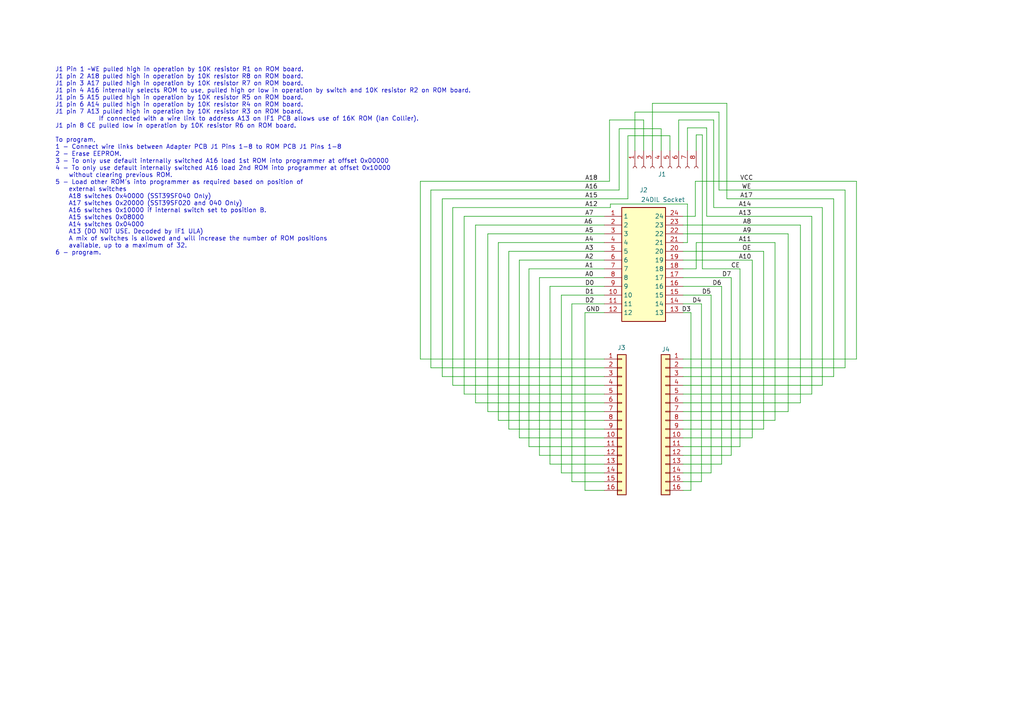
<source format=kicad_sch>
(kicad_sch (version 20230121) (generator eeschema)

  (uuid 8751c651-26dc-4d30-8f2d-d9f24098bdc5)

  (paper "A4")

  (lib_symbols
    (symbol "Connector:Conn_01x08_Socket" (pin_names (offset 1.016) hide) (in_bom yes) (on_board yes)
      (property "Reference" "J" (at 0 10.16 0)
        (effects (font (size 1.27 1.27)))
      )
      (property "Value" "Conn_01x08_Socket" (at 0 -12.7 0)
        (effects (font (size 1.27 1.27)))
      )
      (property "Footprint" "" (at 0 0 0)
        (effects (font (size 1.27 1.27)) hide)
      )
      (property "Datasheet" "~" (at 0 0 0)
        (effects (font (size 1.27 1.27)) hide)
      )
      (property "ki_locked" "" (at 0 0 0)
        (effects (font (size 1.27 1.27)))
      )
      (property "ki_keywords" "connector" (at 0 0 0)
        (effects (font (size 1.27 1.27)) hide)
      )
      (property "ki_description" "Generic connector, single row, 01x08, script generated" (at 0 0 0)
        (effects (font (size 1.27 1.27)) hide)
      )
      (property "ki_fp_filters" "Connector*:*_1x??_*" (at 0 0 0)
        (effects (font (size 1.27 1.27)) hide)
      )
      (symbol "Conn_01x08_Socket_1_1"
        (arc (start 0 -9.652) (mid -0.5058 -10.16) (end 0 -10.668)
          (stroke (width 0.1524) (type default))
          (fill (type none))
        )
        (arc (start 0 -7.112) (mid -0.5058 -7.62) (end 0 -8.128)
          (stroke (width 0.1524) (type default))
          (fill (type none))
        )
        (arc (start 0 -4.572) (mid -0.5058 -5.08) (end 0 -5.588)
          (stroke (width 0.1524) (type default))
          (fill (type none))
        )
        (arc (start 0 -2.032) (mid -0.5058 -2.54) (end 0 -3.048)
          (stroke (width 0.1524) (type default))
          (fill (type none))
        )
        (polyline
          (pts
            (xy -1.27 -10.16)
            (xy -0.508 -10.16)
          )
          (stroke (width 0.1524) (type default))
          (fill (type none))
        )
        (polyline
          (pts
            (xy -1.27 -7.62)
            (xy -0.508 -7.62)
          )
          (stroke (width 0.1524) (type default))
          (fill (type none))
        )
        (polyline
          (pts
            (xy -1.27 -5.08)
            (xy -0.508 -5.08)
          )
          (stroke (width 0.1524) (type default))
          (fill (type none))
        )
        (polyline
          (pts
            (xy -1.27 -2.54)
            (xy -0.508 -2.54)
          )
          (stroke (width 0.1524) (type default))
          (fill (type none))
        )
        (polyline
          (pts
            (xy -1.27 0)
            (xy -0.508 0)
          )
          (stroke (width 0.1524) (type default))
          (fill (type none))
        )
        (polyline
          (pts
            (xy -1.27 2.54)
            (xy -0.508 2.54)
          )
          (stroke (width 0.1524) (type default))
          (fill (type none))
        )
        (polyline
          (pts
            (xy -1.27 5.08)
            (xy -0.508 5.08)
          )
          (stroke (width 0.1524) (type default))
          (fill (type none))
        )
        (polyline
          (pts
            (xy -1.27 7.62)
            (xy -0.508 7.62)
          )
          (stroke (width 0.1524) (type default))
          (fill (type none))
        )
        (arc (start 0 0.508) (mid -0.5058 0) (end 0 -0.508)
          (stroke (width 0.1524) (type default))
          (fill (type none))
        )
        (arc (start 0 3.048) (mid -0.5058 2.54) (end 0 2.032)
          (stroke (width 0.1524) (type default))
          (fill (type none))
        )
        (arc (start 0 5.588) (mid -0.5058 5.08) (end 0 4.572)
          (stroke (width 0.1524) (type default))
          (fill (type none))
        )
        (arc (start 0 8.128) (mid -0.5058 7.62) (end 0 7.112)
          (stroke (width 0.1524) (type default))
          (fill (type none))
        )
        (pin passive line (at -5.08 7.62 0) (length 3.81)
          (name "Pin_1" (effects (font (size 1.27 1.27))))
          (number "1" (effects (font (size 1.27 1.27))))
        )
        (pin passive line (at -5.08 5.08 0) (length 3.81)
          (name "Pin_2" (effects (font (size 1.27 1.27))))
          (number "2" (effects (font (size 1.27 1.27))))
        )
        (pin passive line (at -5.08 2.54 0) (length 3.81)
          (name "Pin_3" (effects (font (size 1.27 1.27))))
          (number "3" (effects (font (size 1.27 1.27))))
        )
        (pin passive line (at -5.08 0 0) (length 3.81)
          (name "Pin_4" (effects (font (size 1.27 1.27))))
          (number "4" (effects (font (size 1.27 1.27))))
        )
        (pin passive line (at -5.08 -2.54 0) (length 3.81)
          (name "Pin_5" (effects (font (size 1.27 1.27))))
          (number "5" (effects (font (size 1.27 1.27))))
        )
        (pin passive line (at -5.08 -5.08 0) (length 3.81)
          (name "Pin_6" (effects (font (size 1.27 1.27))))
          (number "6" (effects (font (size 1.27 1.27))))
        )
        (pin passive line (at -5.08 -7.62 0) (length 3.81)
          (name "Pin_7" (effects (font (size 1.27 1.27))))
          (number "7" (effects (font (size 1.27 1.27))))
        )
        (pin passive line (at -5.08 -10.16 0) (length 3.81)
          (name "Pin_8" (effects (font (size 1.27 1.27))))
          (number "8" (effects (font (size 1.27 1.27))))
        )
      )
    )
    (symbol "Connector_Generic:Conn_01x16" (pin_names (offset 1.016) hide) (in_bom yes) (on_board yes)
      (property "Reference" "J" (at 0 20.32 0)
        (effects (font (size 1.27 1.27)))
      )
      (property "Value" "Conn_01x16" (at 0 -22.86 0)
        (effects (font (size 1.27 1.27)))
      )
      (property "Footprint" "" (at 0 0 0)
        (effects (font (size 1.27 1.27)) hide)
      )
      (property "Datasheet" "~" (at 0 0 0)
        (effects (font (size 1.27 1.27)) hide)
      )
      (property "ki_keywords" "connector" (at 0 0 0)
        (effects (font (size 1.27 1.27)) hide)
      )
      (property "ki_description" "Generic connector, single row, 01x16, script generated (kicad-library-utils/schlib/autogen/connector/)" (at 0 0 0)
        (effects (font (size 1.27 1.27)) hide)
      )
      (property "ki_fp_filters" "Connector*:*_1x??_*" (at 0 0 0)
        (effects (font (size 1.27 1.27)) hide)
      )
      (symbol "Conn_01x16_1_1"
        (rectangle (start -1.27 -20.193) (end 0 -20.447)
          (stroke (width 0.1524) (type default))
          (fill (type none))
        )
        (rectangle (start -1.27 -17.653) (end 0 -17.907)
          (stroke (width 0.1524) (type default))
          (fill (type none))
        )
        (rectangle (start -1.27 -15.113) (end 0 -15.367)
          (stroke (width 0.1524) (type default))
          (fill (type none))
        )
        (rectangle (start -1.27 -12.573) (end 0 -12.827)
          (stroke (width 0.1524) (type default))
          (fill (type none))
        )
        (rectangle (start -1.27 -10.033) (end 0 -10.287)
          (stroke (width 0.1524) (type default))
          (fill (type none))
        )
        (rectangle (start -1.27 -7.493) (end 0 -7.747)
          (stroke (width 0.1524) (type default))
          (fill (type none))
        )
        (rectangle (start -1.27 -4.953) (end 0 -5.207)
          (stroke (width 0.1524) (type default))
          (fill (type none))
        )
        (rectangle (start -1.27 -2.413) (end 0 -2.667)
          (stroke (width 0.1524) (type default))
          (fill (type none))
        )
        (rectangle (start -1.27 0.127) (end 0 -0.127)
          (stroke (width 0.1524) (type default))
          (fill (type none))
        )
        (rectangle (start -1.27 2.667) (end 0 2.413)
          (stroke (width 0.1524) (type default))
          (fill (type none))
        )
        (rectangle (start -1.27 5.207) (end 0 4.953)
          (stroke (width 0.1524) (type default))
          (fill (type none))
        )
        (rectangle (start -1.27 7.747) (end 0 7.493)
          (stroke (width 0.1524) (type default))
          (fill (type none))
        )
        (rectangle (start -1.27 10.287) (end 0 10.033)
          (stroke (width 0.1524) (type default))
          (fill (type none))
        )
        (rectangle (start -1.27 12.827) (end 0 12.573)
          (stroke (width 0.1524) (type default))
          (fill (type none))
        )
        (rectangle (start -1.27 15.367) (end 0 15.113)
          (stroke (width 0.1524) (type default))
          (fill (type none))
        )
        (rectangle (start -1.27 17.907) (end 0 17.653)
          (stroke (width 0.1524) (type default))
          (fill (type none))
        )
        (rectangle (start -1.27 19.05) (end 1.27 -21.59)
          (stroke (width 0.254) (type default))
          (fill (type background))
        )
        (pin passive line (at -5.08 17.78 0) (length 3.81)
          (name "Pin_1" (effects (font (size 1.27 1.27))))
          (number "1" (effects (font (size 1.27 1.27))))
        )
        (pin passive line (at -5.08 -5.08 0) (length 3.81)
          (name "Pin_10" (effects (font (size 1.27 1.27))))
          (number "10" (effects (font (size 1.27 1.27))))
        )
        (pin passive line (at -5.08 -7.62 0) (length 3.81)
          (name "Pin_11" (effects (font (size 1.27 1.27))))
          (number "11" (effects (font (size 1.27 1.27))))
        )
        (pin passive line (at -5.08 -10.16 0) (length 3.81)
          (name "Pin_12" (effects (font (size 1.27 1.27))))
          (number "12" (effects (font (size 1.27 1.27))))
        )
        (pin passive line (at -5.08 -12.7 0) (length 3.81)
          (name "Pin_13" (effects (font (size 1.27 1.27))))
          (number "13" (effects (font (size 1.27 1.27))))
        )
        (pin passive line (at -5.08 -15.24 0) (length 3.81)
          (name "Pin_14" (effects (font (size 1.27 1.27))))
          (number "14" (effects (font (size 1.27 1.27))))
        )
        (pin passive line (at -5.08 -17.78 0) (length 3.81)
          (name "Pin_15" (effects (font (size 1.27 1.27))))
          (number "15" (effects (font (size 1.27 1.27))))
        )
        (pin passive line (at -5.08 -20.32 0) (length 3.81)
          (name "Pin_16" (effects (font (size 1.27 1.27))))
          (number "16" (effects (font (size 1.27 1.27))))
        )
        (pin passive line (at -5.08 15.24 0) (length 3.81)
          (name "Pin_2" (effects (font (size 1.27 1.27))))
          (number "2" (effects (font (size 1.27 1.27))))
        )
        (pin passive line (at -5.08 12.7 0) (length 3.81)
          (name "Pin_3" (effects (font (size 1.27 1.27))))
          (number "3" (effects (font (size 1.27 1.27))))
        )
        (pin passive line (at -5.08 10.16 0) (length 3.81)
          (name "Pin_4" (effects (font (size 1.27 1.27))))
          (number "4" (effects (font (size 1.27 1.27))))
        )
        (pin passive line (at -5.08 7.62 0) (length 3.81)
          (name "Pin_5" (effects (font (size 1.27 1.27))))
          (number "5" (effects (font (size 1.27 1.27))))
        )
        (pin passive line (at -5.08 5.08 0) (length 3.81)
          (name "Pin_6" (effects (font (size 1.27 1.27))))
          (number "6" (effects (font (size 1.27 1.27))))
        )
        (pin passive line (at -5.08 2.54 0) (length 3.81)
          (name "Pin_7" (effects (font (size 1.27 1.27))))
          (number "7" (effects (font (size 1.27 1.27))))
        )
        (pin passive line (at -5.08 0 0) (length 3.81)
          (name "Pin_8" (effects (font (size 1.27 1.27))))
          (number "8" (effects (font (size 1.27 1.27))))
        )
        (pin passive line (at -5.08 -2.54 0) (length 3.81)
          (name "Pin_9" (effects (font (size 1.27 1.27))))
          (number "9" (effects (font (size 1.27 1.27))))
        )
      )
    )
    (symbol "DIL24:DILB24P-224TLF" (in_bom yes) (on_board yes)
      (property "Reference" "J" (at 19.05 7.62 0)
        (effects (font (size 1.27 1.27)) (justify left top))
      )
      (property "Value" "DILB24P-224TLF" (at 19.05 5.08 0)
        (effects (font (size 1.27 1.27)) (justify left top))
      )
      (property "Footprint" "DIPS762W60P254L3048H525Q24N" (at 19.05 -94.92 0)
        (effects (font (size 1.27 1.27)) (justify left top) hide)
      )
      (property "Datasheet" "https://cdn.amphenol-cs.com/media/wysiwyg/files/drawing/10052485.pdf" (at 19.05 -194.92 0)
        (effects (font (size 1.27 1.27)) (justify left top) hide)
      )
      (property "Height" "5.25" (at 19.05 -394.92 0)
        (effects (font (size 1.27 1.27)) (justify left top) hide)
      )
      (property "Mouser Part Number" "649-DILB24P-224TLF" (at 19.05 -494.92 0)
        (effects (font (size 1.27 1.27)) (justify left top) hide)
      )
      (property "Mouser Price/Stock" "https://www.mouser.co.uk/ProductDetail/Amphenol-FCI/DILB24P-224TLF?qs=cTNRJjk9LRekdjb2T7GbOg%3D%3D" (at 19.05 -594.92 0)
        (effects (font (size 1.27 1.27)) (justify left top) hide)
      )
      (property "Manufacturer_Name" "Amphenol Communications Solutions" (at 19.05 -694.92 0)
        (effects (font (size 1.27 1.27)) (justify left top) hide)
      )
      (property "Manufacturer_Part_Number" "DILB24P-224TLF" (at 19.05 -794.92 0)
        (effects (font (size 1.27 1.27)) (justify left top) hide)
      )
      (property "ki_description" "DIP Socket, Stamped and Formed" (at 0 0 0)
        (effects (font (size 1.27 1.27)) hide)
      )
      (symbol "DILB24P-224TLF_1_1"
        (rectangle (start 5.08 2.54) (end 17.78 -30.48)
          (stroke (width 0.254) (type default))
          (fill (type background))
        )
        (pin passive line (at 0 0 0) (length 5.08)
          (name "1" (effects (font (size 1.27 1.27))))
          (number "1" (effects (font (size 1.27 1.27))))
        )
        (pin passive line (at 0 -22.86 0) (length 5.08)
          (name "10" (effects (font (size 1.27 1.27))))
          (number "10" (effects (font (size 1.27 1.27))))
        )
        (pin passive line (at 0 -25.4 0) (length 5.08)
          (name "11" (effects (font (size 1.27 1.27))))
          (number "11" (effects (font (size 1.27 1.27))))
        )
        (pin passive line (at 0 -27.94 0) (length 5.08)
          (name "12" (effects (font (size 1.27 1.27))))
          (number "12" (effects (font (size 1.27 1.27))))
        )
        (pin passive line (at 22.86 -27.94 180) (length 5.08)
          (name "13" (effects (font (size 1.27 1.27))))
          (number "13" (effects (font (size 1.27 1.27))))
        )
        (pin passive line (at 22.86 -25.4 180) (length 5.08)
          (name "14" (effects (font (size 1.27 1.27))))
          (number "14" (effects (font (size 1.27 1.27))))
        )
        (pin passive line (at 22.86 -22.86 180) (length 5.08)
          (name "15" (effects (font (size 1.27 1.27))))
          (number "15" (effects (font (size 1.27 1.27))))
        )
        (pin passive line (at 22.86 -20.32 180) (length 5.08)
          (name "16" (effects (font (size 1.27 1.27))))
          (number "16" (effects (font (size 1.27 1.27))))
        )
        (pin passive line (at 22.86 -17.78 180) (length 5.08)
          (name "17" (effects (font (size 1.27 1.27))))
          (number "17" (effects (font (size 1.27 1.27))))
        )
        (pin passive line (at 22.86 -15.24 180) (length 5.08)
          (name "18" (effects (font (size 1.27 1.27))))
          (number "18" (effects (font (size 1.27 1.27))))
        )
        (pin passive line (at 22.86 -12.7 180) (length 5.08)
          (name "19" (effects (font (size 1.27 1.27))))
          (number "19" (effects (font (size 1.27 1.27))))
        )
        (pin passive line (at 0 -2.54 0) (length 5.08)
          (name "2" (effects (font (size 1.27 1.27))))
          (number "2" (effects (font (size 1.27 1.27))))
        )
        (pin passive line (at 22.86 -10.16 180) (length 5.08)
          (name "20" (effects (font (size 1.27 1.27))))
          (number "20" (effects (font (size 1.27 1.27))))
        )
        (pin passive line (at 22.86 -7.62 180) (length 5.08)
          (name "21" (effects (font (size 1.27 1.27))))
          (number "21" (effects (font (size 1.27 1.27))))
        )
        (pin passive line (at 22.86 -5.08 180) (length 5.08)
          (name "22" (effects (font (size 1.27 1.27))))
          (number "22" (effects (font (size 1.27 1.27))))
        )
        (pin passive line (at 22.86 -2.54 180) (length 5.08)
          (name "23" (effects (font (size 1.27 1.27))))
          (number "23" (effects (font (size 1.27 1.27))))
        )
        (pin passive line (at 22.86 0 180) (length 5.08)
          (name "24" (effects (font (size 1.27 1.27))))
          (number "24" (effects (font (size 1.27 1.27))))
        )
        (pin passive line (at 0 -5.08 0) (length 5.08)
          (name "3" (effects (font (size 1.27 1.27))))
          (number "3" (effects (font (size 1.27 1.27))))
        )
        (pin passive line (at 0 -7.62 0) (length 5.08)
          (name "4" (effects (font (size 1.27 1.27))))
          (number "4" (effects (font (size 1.27 1.27))))
        )
        (pin passive line (at 0 -10.16 0) (length 5.08)
          (name "5" (effects (font (size 1.27 1.27))))
          (number "5" (effects (font (size 1.27 1.27))))
        )
        (pin passive line (at 0 -12.7 0) (length 5.08)
          (name "6" (effects (font (size 1.27 1.27))))
          (number "6" (effects (font (size 1.27 1.27))))
        )
        (pin passive line (at 0 -15.24 0) (length 5.08)
          (name "7" (effects (font (size 1.27 1.27))))
          (number "7" (effects (font (size 1.27 1.27))))
        )
        (pin passive line (at 0 -17.78 0) (length 5.08)
          (name "8" (effects (font (size 1.27 1.27))))
          (number "8" (effects (font (size 1.27 1.27))))
        )
        (pin passive line (at 0 -20.32 0) (length 5.08)
          (name "9" (effects (font (size 1.27 1.27))))
          (number "9" (effects (font (size 1.27 1.27))))
        )
      )
    )
  )


  (wire (pts (xy 175.26 129.54) (xy 153.416 129.54))
    (stroke (width 0) (type default))
    (uuid 0329be1b-0013-47c9-84ca-1817b9213ba3)
  )
  (wire (pts (xy 165.862 139.7) (xy 165.862 88.138))
    (stroke (width 0) (type default))
    (uuid 041f317e-0171-4c8f-bc13-3adca6cc7101)
  )
  (wire (pts (xy 201.676 62.738) (xy 198.12 62.738))
    (stroke (width 0) (type default))
    (uuid 066a8226-a2c6-4977-801e-6202b088676a)
  )
  (wire (pts (xy 124.968 55.118) (xy 179.578 55.118))
    (stroke (width 0) (type default))
    (uuid 08ccbf54-a0f8-46b2-97b6-66a74dd989e6)
  )
  (wire (pts (xy 201.93 70.358) (xy 224.79 70.358))
    (stroke (width 0) (type default))
    (uuid 0a0f592c-9d15-4be8-9421-781a2b3b34ba)
  )
  (wire (pts (xy 179.578 37.338) (xy 191.77 37.338))
    (stroke (width 0) (type default))
    (uuid 0aab4fb5-9ad7-4e3f-8495-79af2697cef7)
  )
  (wire (pts (xy 175.26 109.22) (xy 128.27 109.22))
    (stroke (width 0) (type default))
    (uuid 0e5b7830-fbbc-43db-bced-3dc6421e2df7)
  )
  (wire (pts (xy 201.93 70.358) (xy 201.93 77.978))
    (stroke (width 0) (type default))
    (uuid 0f86b479-7009-4c55-bc10-6623356b494a)
  )
  (wire (pts (xy 200.406 142.24) (xy 198.12 142.24))
    (stroke (width 0) (type default))
    (uuid 16fd25d8-2993-47cf-9d11-6bf2ec542a87)
  )
  (wire (pts (xy 228.6 67.818) (xy 228.6 119.38))
    (stroke (width 0) (type default))
    (uuid 183a56b0-40f2-4b4f-94bb-4a15a3f2776a)
  )
  (wire (pts (xy 238.506 60.198) (xy 238.506 111.76))
    (stroke (width 0) (type default))
    (uuid 1b5aba87-11b1-42df-b789-63008ffbd585)
  )
  (wire (pts (xy 241.808 109.22) (xy 198.12 109.22))
    (stroke (width 0) (type default))
    (uuid 1ee2609b-e428-418d-bd86-be22b546cf85)
  )
  (wire (pts (xy 150.622 127) (xy 150.622 75.438))
    (stroke (width 0) (type default))
    (uuid 206fa2ad-0231-4133-bc67-2a7a065b114f)
  )
  (wire (pts (xy 212.09 132.08) (xy 198.12 132.08))
    (stroke (width 0) (type default))
    (uuid 21cc6904-dbcc-4d63-b195-d58a84149e24)
  )
  (wire (pts (xy 198.12 88.138) (xy 203.454 88.138))
    (stroke (width 0) (type default))
    (uuid 255cd5e3-c4a0-4369-832f-45eaee9854d9)
  )
  (wire (pts (xy 153.416 129.54) (xy 153.416 77.978))
    (stroke (width 0) (type default))
    (uuid 25a48007-3827-4af9-993b-8ca6a92aaa7d)
  )
  (wire (pts (xy 204.978 37.084) (xy 204.978 62.738))
    (stroke (width 0) (type default))
    (uuid 262a258a-63ba-4adb-8c2e-e9607cdd7e51)
  )
  (wire (pts (xy 169.672 90.678) (xy 169.672 142.24))
    (stroke (width 0) (type default))
    (uuid 2710045a-4897-49bf-b887-9d6f4041a231)
  )
  (wire (pts (xy 169.672 90.678) (xy 175.26 90.678))
    (stroke (width 0) (type default))
    (uuid 2791c849-2f47-4ca7-ae3a-2581baf6b74f)
  )
  (wire (pts (xy 218.186 75.438) (xy 218.186 127))
    (stroke (width 0) (type default))
    (uuid 2a2108d2-022e-448c-a863-7ecc78d57b4b)
  )
  (wire (pts (xy 199.39 70.358) (xy 198.12 70.358))
    (stroke (width 0) (type default))
    (uuid 2bc6dbe3-86aa-4faf-a858-21e5be2a7e77)
  )
  (wire (pts (xy 232.156 65.278) (xy 232.156 116.84))
    (stroke (width 0) (type default))
    (uuid 2d45894e-c626-4c47-8a11-980857035b65)
  )
  (wire (pts (xy 175.26 104.14) (xy 121.92 104.14))
    (stroke (width 0) (type default))
    (uuid 2dc8eed2-ca6a-494e-b3f8-6b9347cb7b59)
  )
  (wire (pts (xy 128.27 57.658) (xy 182.118 57.658))
    (stroke (width 0) (type default))
    (uuid 2f23965c-11d4-482d-8801-70b75c158d58)
  )
  (wire (pts (xy 175.26 114.3) (xy 134.62 114.3))
    (stroke (width 0) (type default))
    (uuid 30222f23-024a-4325-8486-c9be072a02a3)
  )
  (wire (pts (xy 144.526 121.92) (xy 144.526 70.358))
    (stroke (width 0) (type default))
    (uuid 30849b60-d175-420c-86ab-95eec7e64286)
  )
  (wire (pts (xy 209.296 83.058) (xy 209.296 134.62))
    (stroke (width 0) (type default))
    (uuid 38915735-fed9-4181-b104-a697edcc2c11)
  )
  (wire (pts (xy 203.708 39.116) (xy 203.708 77.978))
    (stroke (width 0) (type default))
    (uuid 3b3d9414-2407-4f82-90ac-75459d3d5593)
  )
  (wire (pts (xy 198.12 85.598) (xy 206.248 85.598))
    (stroke (width 0) (type default))
    (uuid 3c0eb18a-a54a-4e9f-ad95-49d26066d481)
  )
  (wire (pts (xy 134.62 114.3) (xy 134.62 62.738))
    (stroke (width 0) (type default))
    (uuid 3dab7f6d-9a82-4361-9853-e384f18d2c8b)
  )
  (wire (pts (xy 144.526 70.358) (xy 175.26 70.358))
    (stroke (width 0) (type default))
    (uuid 3ed869c6-9f1d-4dcc-983e-6a8ba2bd4fa4)
  )
  (wire (pts (xy 206.248 137.16) (xy 198.12 137.16))
    (stroke (width 0) (type default))
    (uuid 412887a9-c58b-4cb1-8de8-72052b3de46c)
  )
  (wire (pts (xy 196.85 34.798) (xy 207.01 34.798))
    (stroke (width 0) (type default))
    (uuid 413dd030-379a-47c7-a097-1df55185bce6)
  )
  (wire (pts (xy 184.15 32.512) (xy 184.15 43.688))
    (stroke (width 0) (type default))
    (uuid 41aa1b01-2bff-417b-9670-6ee9819d16a7)
  )
  (wire (pts (xy 175.26 127) (xy 150.622 127))
    (stroke (width 0) (type default))
    (uuid 41b15d49-9527-4c38-b613-2b8a93c1cdf0)
  )
  (wire (pts (xy 198.12 80.518) (xy 212.09 80.518))
    (stroke (width 0) (type default))
    (uuid 420f6e16-effa-44e1-9e51-592616449894)
  )
  (wire (pts (xy 203.454 139.7) (xy 198.12 139.7))
    (stroke (width 0) (type default))
    (uuid 4212f008-c5c0-4cfa-b382-5e1c8d2cc14d)
  )
  (wire (pts (xy 156.464 132.08) (xy 156.464 80.518))
    (stroke (width 0) (type default))
    (uuid 44cb0767-0bab-467f-92e0-06f69ae27341)
  )
  (wire (pts (xy 141.478 67.818) (xy 175.26 67.818))
    (stroke (width 0) (type default))
    (uuid 44ce052a-de2c-4c2a-b575-f43ffeddb087)
  )
  (wire (pts (xy 182.118 39.37) (xy 194.31 39.37))
    (stroke (width 0) (type default))
    (uuid 451a5462-0b49-4e2c-be77-6bba45f5f4aa)
  )
  (wire (pts (xy 232.156 116.84) (xy 198.12 116.84))
    (stroke (width 0) (type default))
    (uuid 485025c9-6564-4fd3-9849-d18b235534ec)
  )
  (wire (pts (xy 203.454 88.138) (xy 203.454 139.7))
    (stroke (width 0) (type default))
    (uuid 4d393443-0b23-4068-abe3-36843c552b4c)
  )
  (wire (pts (xy 201.676 52.578) (xy 201.676 62.738))
    (stroke (width 0) (type default))
    (uuid 4db5d0f8-9275-4e22-9d88-ae87267d5ab7)
  )
  (wire (pts (xy 208.534 32.512) (xy 208.534 55.118))
    (stroke (width 0) (type default))
    (uuid 4ff5c333-fc01-4de6-a7ad-f9df3a75c406)
  )
  (wire (pts (xy 194.31 39.37) (xy 194.31 43.688))
    (stroke (width 0) (type default))
    (uuid 502155e7-ad7f-4892-a67b-2f14991dfe19)
  )
  (wire (pts (xy 221.488 124.46) (xy 198.12 124.46))
    (stroke (width 0) (type default))
    (uuid 514b7492-834d-4cc8-9c08-8e74bae68a87)
  )
  (wire (pts (xy 214.63 77.978) (xy 214.63 129.54))
    (stroke (width 0) (type default))
    (uuid 52dbafbf-b774-4e78-85b2-f671b9b7c807)
  )
  (wire (pts (xy 199.39 70.358) (xy 199.39 59.182))
    (stroke (width 0) (type default))
    (uuid 57fc336c-9463-46bd-8bba-8dc86dd0401d)
  )
  (wire (pts (xy 199.39 37.084) (xy 199.39 43.688))
    (stroke (width 0) (type default))
    (uuid 59966bf2-f7b2-441d-b00f-6c4a72ed7841)
  )
  (wire (pts (xy 204.978 62.738) (xy 235.458 62.738))
    (stroke (width 0) (type default))
    (uuid 5c574aa5-9d37-428b-aabb-4c1a0be91371)
  )
  (wire (pts (xy 121.92 52.578) (xy 176.784 52.578))
    (stroke (width 0) (type default))
    (uuid 5c7e445e-3c6e-4c71-ab7f-553555c5c824)
  )
  (wire (pts (xy 176.784 52.578) (xy 176.784 34.798))
    (stroke (width 0) (type default))
    (uuid 5cac2c36-d99c-4fe3-b0d6-e4a9d9835487)
  )
  (wire (pts (xy 137.922 116.84) (xy 137.922 65.278))
    (stroke (width 0) (type default))
    (uuid 5dec5432-a118-443b-b387-ecc2e2aa685a)
  )
  (wire (pts (xy 245.11 55.118) (xy 245.11 106.68))
    (stroke (width 0) (type default))
    (uuid 5f1f80f3-1c16-452b-b13e-bb79c08a42aa)
  )
  (wire (pts (xy 175.26 139.7) (xy 165.862 139.7))
    (stroke (width 0) (type default))
    (uuid 6272a6bc-09ec-4a80-a3db-ec35fc015156)
  )
  (wire (pts (xy 162.814 85.598) (xy 175.26 85.598))
    (stroke (width 0) (type default))
    (uuid 65614a54-24f5-4e9c-a1dd-390bf43efeda)
  )
  (wire (pts (xy 248.412 104.14) (xy 198.12 104.14))
    (stroke (width 0) (type default))
    (uuid 71af0884-4937-4a3c-993a-d7cda58829e9)
  )
  (wire (pts (xy 165.862 88.138) (xy 175.26 88.138))
    (stroke (width 0) (type default))
    (uuid 74d0c131-d574-42b9-919a-0106e108fa01)
  )
  (wire (pts (xy 245.11 106.68) (xy 198.12 106.68))
    (stroke (width 0) (type default))
    (uuid 74eb6ee2-26f2-470f-8140-dbb91029b66b)
  )
  (wire (pts (xy 175.26 134.62) (xy 159.512 134.62))
    (stroke (width 0) (type default))
    (uuid 78309c9e-3c80-4785-bd4e-9ac98f9ddbe7)
  )
  (wire (pts (xy 210.82 29.972) (xy 189.23 29.972))
    (stroke (width 0) (type default))
    (uuid 7947237e-fc9f-4a9a-8ba5-a24056254da3)
  )
  (wire (pts (xy 153.416 77.978) (xy 175.26 77.978))
    (stroke (width 0) (type default))
    (uuid 7c8cb76a-59c7-45a4-8a37-5de48b8acbb8)
  )
  (wire (pts (xy 189.23 29.972) (xy 189.23 43.688))
    (stroke (width 0) (type default))
    (uuid 7d6fbcd2-329d-4481-a4ad-3a298ede9aa9)
  )
  (wire (pts (xy 124.968 106.68) (xy 124.968 55.118))
    (stroke (width 0) (type default))
    (uuid 87b3af4a-bbd0-4f14-a410-08f1c11f3f8d)
  )
  (wire (pts (xy 179.578 37.338) (xy 179.578 55.118))
    (stroke (width 0) (type default))
    (uuid 8977ee29-ed1d-41d2-81ed-c49831f69916)
  )
  (wire (pts (xy 176.784 34.798) (xy 186.69 34.798))
    (stroke (width 0) (type default))
    (uuid 8c1b781c-9768-4512-bb6e-6b64127a5a34)
  )
  (wire (pts (xy 175.26 121.92) (xy 144.526 121.92))
    (stroke (width 0) (type default))
    (uuid 8d1835d0-5675-4b02-abf7-b989c6201d1b)
  )
  (wire (pts (xy 200.406 90.678) (xy 200.406 142.24))
    (stroke (width 0) (type default))
    (uuid 8e147d1d-7f06-478b-9f08-d82a02b73194)
  )
  (wire (pts (xy 147.574 72.898) (xy 175.26 72.898))
    (stroke (width 0) (type default))
    (uuid 8e3cc360-797b-4f85-8f01-8718d426f925)
  )
  (wire (pts (xy 207.01 34.798) (xy 207.01 60.198))
    (stroke (width 0) (type default))
    (uuid 8efd883c-5ab9-4b4a-bebd-c102a74bf9e7)
  )
  (wire (pts (xy 224.79 70.358) (xy 224.79 121.92))
    (stroke (width 0) (type default))
    (uuid 917239f8-0380-4c89-bba2-fb6aa7367909)
  )
  (wire (pts (xy 175.26 116.84) (xy 137.922 116.84))
    (stroke (width 0) (type default))
    (uuid 922f6cbc-4112-4755-a8a5-5bb70ed3e960)
  )
  (wire (pts (xy 228.6 119.38) (xy 198.12 119.38))
    (stroke (width 0) (type default))
    (uuid 92e77d35-790c-4e73-b2b1-24c67f16a32f)
  )
  (wire (pts (xy 206.248 85.598) (xy 206.248 137.16))
    (stroke (width 0) (type default))
    (uuid 936fb593-8bcf-4aa7-adf7-3bd0b7057fbc)
  )
  (wire (pts (xy 221.488 72.898) (xy 221.488 124.46))
    (stroke (width 0) (type default))
    (uuid 93b1afd8-86f0-4e78-a867-58f927c7a9a2)
  )
  (wire (pts (xy 201.93 39.116) (xy 201.93 43.688))
    (stroke (width 0) (type default))
    (uuid 942baa97-48a5-4f98-8da4-1bf84f0181f0)
  )
  (wire (pts (xy 201.676 52.578) (xy 248.412 52.578))
    (stroke (width 0) (type default))
    (uuid 94e73d29-d1da-4c0e-8d7a-229f85646deb)
  )
  (wire (pts (xy 210.82 57.658) (xy 210.82 29.972))
    (stroke (width 0) (type default))
    (uuid 975c9883-5f60-4ab4-9a95-c5d2a4bf4b30)
  )
  (wire (pts (xy 182.118 39.37) (xy 182.118 57.658))
    (stroke (width 0) (type default))
    (uuid 984389bb-838c-43ed-a210-e5ee911a7686)
  )
  (wire (pts (xy 198.12 72.898) (xy 221.488 72.898))
    (stroke (width 0) (type default))
    (uuid 994e4571-17f9-4dcc-a534-b2e0bec87c24)
  )
  (wire (pts (xy 198.12 77.978) (xy 201.93 77.978))
    (stroke (width 0) (type default))
    (uuid 9c346754-19c2-4bfd-8296-793f574e1ef5)
  )
  (wire (pts (xy 241.808 57.658) (xy 241.808 109.22))
    (stroke (width 0) (type default))
    (uuid a55d1e74-3319-470b-b250-ebc611467c75)
  )
  (wire (pts (xy 175.26 137.16) (xy 162.814 137.16))
    (stroke (width 0) (type default))
    (uuid a5719c71-d634-4fb1-9532-06360499648c)
  )
  (wire (pts (xy 186.69 34.798) (xy 186.69 43.688))
    (stroke (width 0) (type default))
    (uuid a7b8e573-3878-4a7c-903a-f677efb16d7f)
  )
  (wire (pts (xy 184.15 32.512) (xy 208.534 32.512))
    (stroke (width 0) (type default))
    (uuid a7d4138b-a513-44a4-842c-9830fcadce2e)
  )
  (wire (pts (xy 131.318 111.76) (xy 131.318 60.198))
    (stroke (width 0) (type default))
    (uuid a98f6014-4892-402a-950f-0f9440a2c93c)
  )
  (wire (pts (xy 214.63 129.54) (xy 198.12 129.54))
    (stroke (width 0) (type default))
    (uuid ad9ffbfb-20e5-4d0b-aa57-6f1b92c05e95)
  )
  (wire (pts (xy 198.12 65.278) (xy 232.156 65.278))
    (stroke (width 0) (type default))
    (uuid af0f3c58-346c-4a99-8944-ac4e7d22656b)
  )
  (wire (pts (xy 248.412 52.578) (xy 248.412 104.14))
    (stroke (width 0) (type default))
    (uuid af8f7d3b-eb3c-435e-8b5d-a670130c50db)
  )
  (wire (pts (xy 198.12 67.818) (xy 228.6 67.818))
    (stroke (width 0) (type default))
    (uuid b6ccee1e-8aac-4844-a6a3-a206d764e210)
  )
  (wire (pts (xy 150.622 75.438) (xy 175.26 75.438))
    (stroke (width 0) (type default))
    (uuid b6f17b66-d795-4088-a2c5-cfefcfa0eca2)
  )
  (wire (pts (xy 207.01 60.198) (xy 238.506 60.198))
    (stroke (width 0) (type default))
    (uuid b74500b2-85a8-4e83-a9f9-87e8dbdbe3aa)
  )
  (wire (pts (xy 198.12 83.058) (xy 209.296 83.058))
    (stroke (width 0) (type default))
    (uuid b8140c9e-2881-4a32-a0c5-6dfa7805906f)
  )
  (wire (pts (xy 162.814 137.16) (xy 162.814 85.598))
    (stroke (width 0) (type default))
    (uuid b9b0a361-c3bb-45bf-949c-5d7ee7c4f787)
  )
  (wire (pts (xy 159.512 134.62) (xy 159.512 83.058))
    (stroke (width 0) (type default))
    (uuid ba2b30c6-9b3f-4064-8e31-b14b78360f89)
  )
  (wire (pts (xy 177.038 59.182) (xy 199.39 59.182))
    (stroke (width 0) (type default))
    (uuid bb5237ec-8e2a-43fc-9f30-2e270cb382be)
  )
  (wire (pts (xy 209.296 134.62) (xy 198.12 134.62))
    (stroke (width 0) (type default))
    (uuid bdd33ec0-9f70-4183-90c3-9df61189a8c2)
  )
  (wire (pts (xy 175.26 124.46) (xy 147.574 124.46))
    (stroke (width 0) (type default))
    (uuid bddbb533-52c1-41c5-82f0-ec9b498ff578)
  )
  (wire (pts (xy 175.26 111.76) (xy 131.318 111.76))
    (stroke (width 0) (type default))
    (uuid bea06c4f-a2f0-4880-ad2b-102ebc01d833)
  )
  (wire (pts (xy 218.186 127) (xy 198.12 127))
    (stroke (width 0) (type default))
    (uuid bfe9a646-ca9e-40d9-abf4-b79e272ff869)
  )
  (wire (pts (xy 159.512 83.058) (xy 175.26 83.058))
    (stroke (width 0) (type default))
    (uuid c4e3d299-698a-454b-b5ed-7b4761ff46b6)
  )
  (wire (pts (xy 128.27 109.22) (xy 128.27 57.658))
    (stroke (width 0) (type default))
    (uuid ca0f1078-4058-49b8-b7a0-203ce1a607a0)
  )
  (wire (pts (xy 235.458 62.738) (xy 235.458 114.3))
    (stroke (width 0) (type default))
    (uuid cbd41603-ef84-4c39-8c5a-953b498a2e39)
  )
  (wire (pts (xy 238.506 111.76) (xy 198.12 111.76))
    (stroke (width 0) (type default))
    (uuid cd7278dc-fc33-4b57-a80c-d80ad07857fe)
  )
  (wire (pts (xy 175.26 119.38) (xy 141.478 119.38))
    (stroke (width 0) (type default))
    (uuid cf012eb0-d435-4a5c-9c44-2501c11b7bc1)
  )
  (wire (pts (xy 198.12 75.438) (xy 218.186 75.438))
    (stroke (width 0) (type default))
    (uuid d0dce6b4-7ac9-4c08-9fd5-83eedcb58959)
  )
  (wire (pts (xy 198.12 90.678) (xy 200.406 90.678))
    (stroke (width 0) (type default))
    (uuid d112da2a-613b-4a16-9df0-37550cf7a3a7)
  )
  (wire (pts (xy 212.09 80.518) (xy 212.09 132.08))
    (stroke (width 0) (type default))
    (uuid d2608c29-960e-4a2b-a301-6502552b4307)
  )
  (wire (pts (xy 156.464 80.518) (xy 175.26 80.518))
    (stroke (width 0) (type default))
    (uuid d44a5241-e8da-4127-85a5-27209a2ba100)
  )
  (wire (pts (xy 235.458 114.3) (xy 198.12 114.3))
    (stroke (width 0) (type default))
    (uuid d52ca067-c5f8-4a11-b7ad-ccf24f1cc54a)
  )
  (wire (pts (xy 208.534 55.118) (xy 245.11 55.118))
    (stroke (width 0) (type default))
    (uuid d793e752-d532-4638-9eb5-3bd03a6b504f)
  )
  (wire (pts (xy 210.82 57.658) (xy 241.808 57.658))
    (stroke (width 0) (type default))
    (uuid db4e951d-2af3-4f73-bd7d-980e90e96ade)
  )
  (wire (pts (xy 177.038 59.182) (xy 177.038 60.198))
    (stroke (width 0) (type default))
    (uuid deecfa85-2e47-418c-85e5-de0235cc1c64)
  )
  (wire (pts (xy 131.318 60.198) (xy 177.038 60.198))
    (stroke (width 0) (type default))
    (uuid df750252-a967-4b67-8905-116df81c6be5)
  )
  (wire (pts (xy 224.79 121.92) (xy 198.12 121.92))
    (stroke (width 0) (type default))
    (uuid e08b3812-60d2-44c9-9383-8f632a60114d)
  )
  (wire (pts (xy 196.85 34.798) (xy 196.85 43.688))
    (stroke (width 0) (type default))
    (uuid e12e71e0-9141-4b15-8d17-55c53af9e322)
  )
  (wire (pts (xy 203.708 77.978) (xy 214.63 77.978))
    (stroke (width 0) (type default))
    (uuid e330f462-fc4c-41ef-9532-897a8669c6b4)
  )
  (wire (pts (xy 191.77 37.338) (xy 191.77 43.688))
    (stroke (width 0) (type default))
    (uuid e71e788b-ab80-48e7-a8e3-53365f97ca02)
  )
  (wire (pts (xy 175.26 106.68) (xy 124.968 106.68))
    (stroke (width 0) (type default))
    (uuid e7d8ef96-885f-4b99-bac4-fbeffd75e9dc)
  )
  (wire (pts (xy 199.39 37.084) (xy 204.978 37.084))
    (stroke (width 0) (type default))
    (uuid e90ffe83-bedb-4327-9f62-32b8b95f757e)
  )
  (wire (pts (xy 137.922 65.278) (xy 175.26 65.278))
    (stroke (width 0) (type default))
    (uuid eb08006b-8ead-4b99-a8cd-4c838a202e68)
  )
  (wire (pts (xy 134.62 62.738) (xy 175.26 62.738))
    (stroke (width 0) (type default))
    (uuid ec222d4b-4442-4053-8000-f0db9d74a3a4)
  )
  (wire (pts (xy 147.574 124.46) (xy 147.574 72.898))
    (stroke (width 0) (type default))
    (uuid ed88e7c5-05fd-4ce4-b67b-71566e8d0008)
  )
  (wire (pts (xy 121.92 104.14) (xy 121.92 52.578))
    (stroke (width 0) (type default))
    (uuid eed52a67-e28f-4407-8718-fcf55f1dbb76)
  )
  (wire (pts (xy 169.672 142.24) (xy 175.26 142.24))
    (stroke (width 0) (type default))
    (uuid fa9fbdf9-4694-4a11-8c5d-4f290feb5499)
  )
  (wire (pts (xy 201.93 39.116) (xy 203.708 39.116))
    (stroke (width 0) (type default))
    (uuid fb218f0b-7788-43ff-b429-b2f9ac967956)
  )
  (wire (pts (xy 175.26 132.08) (xy 156.464 132.08))
    (stroke (width 0) (type default))
    (uuid fd04c0f3-6c4a-417c-b673-de2dd614b5c7)
  )
  (wire (pts (xy 141.478 119.38) (xy 141.478 67.818))
    (stroke (width 0) (type default))
    (uuid fd986fe8-d191-44f1-9933-5ebc614289a5)
  )

  (text "J1 Pin 1 ~WE pulled high in operation by 10K resistor R1 on ROM board.\nJ1 pin 2 A18 pulled high in operation by 10K resistor R8 on ROM board.\nJ1 pin 3 A17 pulled high in operation by 10K resistor R7 on ROM board.\nJ1 pin 4 A16 internally selects ROM to use, pulled high or low in operation by switch and 10K resistor R2 on ROM board.\nJ1 pin 5 A15 pulled high in operation by 10K resistor R5 on ROM board.\nJ1 pin 6 A14 pulled high in operation by 10K resistor R4 on ROM board.\nJ1 pin 7 A13 pulled high in operation by 10K resistor R3 on ROM board. \n             If connected with a wire link to address A13 on IF1 PCB allows use of 16K ROM (Ian Collier).\nJ1 pin 8 CE pulled low in operation by 10K resistor R6 on ROM board.\n\nTo program,\n1 - Connect wire links between Adapter PCB J1 Pins 1-8 to ROM PCB J1 Pins 1-8  \n2 - Erase EEPROM.\n3 - To only use default internally switched A16 load 1st ROM into programmer at offset 0x00000\n4 - To only use default internally switched A16 load 2nd ROM into programmer at offset 0x10000\n    without clearing previous ROM.\n5 - Load other ROM's into programmer as required based on position of\n    external switches\n    A18 switches 0x40000 (SST39SF040 Only)\n    A17 switches 0x20000 (SST39SF020 and 040 Only)\n    A16 switches 0x10000 if internal switch set to position B.\n    A15 switches 0x08000\n    A14 switches 0x04000\n    A13 (DO NOT USE. Decoded by IF1 ULA)\n    A mix of switches is allowed and will increase the number of ROM positions\n    available, up to a maximum of 32.\n6 - program.\n\n"
    (at 16.002 76.2 0)
    (effects (font (size 1.27 1.27)) (justify left bottom))
    (uuid 988e7bf9-5002-4041-8d58-1b243a28feda)
  )

  (label "A8" (at 217.932 65.278 180) (fields_autoplaced)
    (effects (font (size 1.27 1.27)) (justify right bottom))
    (uuid 024fcfc6-9e77-487e-98fb-9eb40f63ee87)
  )
  (label "A6" (at 169.418 65.278 0) (fields_autoplaced)
    (effects (font (size 1.27 1.27)) (justify left bottom))
    (uuid 0306c79e-a6a0-4b61-ba70-c8dcecbc6b23)
  )
  (label "A0" (at 169.672 80.518 0) (fields_autoplaced)
    (effects (font (size 1.27 1.27)) (justify left bottom))
    (uuid 03af4195-8456-4f0d-a565-b0bf86281ee7)
  )
  (label "A12" (at 169.672 60.198 0) (fields_autoplaced)
    (effects (font (size 1.27 1.27)) (justify left bottom))
    (uuid 0c544f73-5c22-41c5-9c08-82d3a124990e)
  )
  (label "A4" (at 169.672 70.358 0) (fields_autoplaced)
    (effects (font (size 1.27 1.27)) (justify left bottom))
    (uuid 0f45bfae-6bdb-45bb-b5f3-8e57eaf571db)
  )
  (label "A15" (at 169.672 57.658 0) (fields_autoplaced)
    (effects (font (size 1.27 1.27)) (justify left bottom))
    (uuid 18f09cdd-2c0a-4194-b0da-371c4aec8e5a)
  )
  (label "D4" (at 203.454 88.138 180) (fields_autoplaced)
    (effects (font (size 1.27 1.27)) (justify right bottom))
    (uuid 2087a1c3-5e51-4337-ac2d-040f7bb5b3ff)
  )
  (label "A1" (at 169.672 77.978 0) (fields_autoplaced)
    (effects (font (size 1.27 1.27)) (justify left bottom))
    (uuid 20c10fdb-cb24-4e80-9535-5596df323775)
  )
  (label "A11" (at 217.932 70.358 180) (fields_autoplaced)
    (effects (font (size 1.27 1.27)) (justify right bottom))
    (uuid 2e4a033a-de57-40e2-90b5-7b9accfa92d7)
  )
  (label "A2" (at 169.672 75.438 0) (fields_autoplaced)
    (effects (font (size 1.27 1.27)) (justify left bottom))
    (uuid 38503ebe-06fb-4f79-8e16-6386ea372420)
  )
  (label "GND" (at 169.926 90.678 0) (fields_autoplaced)
    (effects (font (size 1.27 1.27)) (justify left bottom))
    (uuid 3de9e377-6e44-40b5-8271-a70d87e5a5eb)
  )
  (label "D1" (at 169.672 85.598 0) (fields_autoplaced)
    (effects (font (size 1.27 1.27)) (justify left bottom))
    (uuid 62b5276d-5cbd-46c1-9656-c0304cdf4f41)
  )
  (label "A9" (at 217.932 67.818 180) (fields_autoplaced)
    (effects (font (size 1.27 1.27)) (justify right bottom))
    (uuid 6df84382-7678-4d24-beed-a7aee7883fc9)
  )
  (label "A17" (at 214.63 57.658 0) (fields_autoplaced)
    (effects (font (size 1.27 1.27)) (justify left bottom))
    (uuid 770d2681-e1cc-4f16-adcb-bb915cbfacfc)
  )
  (label "D6" (at 209.296 83.058 180) (fields_autoplaced)
    (effects (font (size 1.27 1.27)) (justify right bottom))
    (uuid 8936dd79-be45-4feb-a9c9-8860a1f23ad8)
  )
  (label "A13" (at 217.932 62.738 180) (fields_autoplaced)
    (effects (font (size 1.27 1.27)) (justify right bottom))
    (uuid 8f9aa404-7555-4c6f-8539-8b5986610799)
  )
  (label "A7" (at 169.672 62.738 0) (fields_autoplaced)
    (effects (font (size 1.27 1.27)) (justify left bottom))
    (uuid 9ba33102-b7a9-4f78-909a-3975e89f9045)
  )
  (label "VCC" (at 214.63 52.578 0) (fields_autoplaced)
    (effects (font (size 1.27 1.27)) (justify left bottom))
    (uuid a231d75f-18da-4d66-a906-22df6201d644)
  )
  (label "A18" (at 169.672 52.578 0) (fields_autoplaced)
    (effects (font (size 1.27 1.27)) (justify left bottom))
    (uuid a280a4f7-e351-4cab-8902-e1d5e797425e)
  )
  (label "D7" (at 212.09 80.518 180) (fields_autoplaced)
    (effects (font (size 1.27 1.27)) (justify right bottom))
    (uuid a8955e0b-4a3e-4d68-a76e-1a0df761d950)
  )
  (label "A14" (at 217.932 60.198 180) (fields_autoplaced)
    (effects (font (size 1.27 1.27)) (justify right bottom))
    (uuid ab247803-0844-4e9f-abc4-2c40cc712820)
  )
  (label "A16" (at 169.672 55.118 0) (fields_autoplaced)
    (effects (font (size 1.27 1.27)) (justify left bottom))
    (uuid b6837ff9-d8a5-4b69-9d3f-5219329cee35)
  )
  (label "A10" (at 217.932 75.438 180) (fields_autoplaced)
    (effects (font (size 1.27 1.27)) (justify right bottom))
    (uuid ba24b726-ed49-40c0-885d-f938db93a648)
  )
  (label "A5" (at 169.672 67.818 0) (fields_autoplaced)
    (effects (font (size 1.27 1.27)) (justify left bottom))
    (uuid bcf4f4be-db56-488a-9d96-8b51baedaca3)
  )
  (label "D5" (at 206.248 85.598 180) (fields_autoplaced)
    (effects (font (size 1.27 1.27)) (justify right bottom))
    (uuid c28ca983-5cbe-4831-8c9c-9be5c5a2070a)
  )
  (label "OE" (at 217.932 72.898 180) (fields_autoplaced)
    (effects (font (size 1.27 1.27)) (justify right bottom))
    (uuid c8a1f3d5-7029-4fb4-9eb7-59931979a331)
  )
  (label "A3" (at 169.672 72.898 0) (fields_autoplaced)
    (effects (font (size 1.27 1.27)) (justify left bottom))
    (uuid d20eae37-eda5-44f0-b323-6b86776a0cda)
  )
  (label "WE" (at 217.932 55.118 180) (fields_autoplaced)
    (effects (font (size 1.27 1.27)) (justify right bottom))
    (uuid e72fc7bb-e8be-435c-b268-9ff968b50122)
  )
  (label "D3" (at 200.406 90.678 180) (fields_autoplaced)
    (effects (font (size 1.27 1.27)) (justify right bottom))
    (uuid ec6a930d-c81f-4b29-8e75-00f09e7c69ba)
  )
  (label "CE" (at 214.63 77.978 180) (fields_autoplaced)
    (effects (font (size 1.27 1.27)) (justify right bottom))
    (uuid ee649107-b71a-40dd-9961-51bf23381465)
  )
  (label "D2" (at 169.672 88.138 0) (fields_autoplaced)
    (effects (font (size 1.27 1.27)) (justify left bottom))
    (uuid fa44c2ed-33c5-47fb-9dd3-1d48c54323c0)
  )
  (label "D0" (at 169.672 83.058 0) (fields_autoplaced)
    (effects (font (size 1.27 1.27)) (justify left bottom))
    (uuid fd6431be-0edc-4daf-8e86-13ac62efb536)
  )

  (symbol (lib_id "Connector_Generic:Conn_01x16") (at 193.04 121.92 0) (mirror y) (unit 1)
    (in_bom yes) (on_board yes) (dnp no)
    (uuid 1a922115-807b-432d-b334-84147c4ce491)
    (property "Reference" "J4" (at 194.31 101.346 0)
      (effects (font (size 1.27 1.27)) (justify left))
    )
    (property "Value" "Conn_01x16" (at 189.992 124.46 0)
      (effects (font (size 1.27 1.27)) (justify left) hide)
    )
    (property "Footprint" "Connector_PinHeader_2.54mm:PinHeader_1x16_P2.54mm_Vertical" (at 193.04 121.92 0)
      (effects (font (size 1.27 1.27)) hide)
    )
    (property "Datasheet" "~" (at 193.04 121.92 0)
      (effects (font (size 1.27 1.27)) hide)
    )
    (pin "1" (uuid 41106674-1131-4e40-b4ea-801438862a97))
    (pin "10" (uuid 33519e41-e6e1-47fd-8e37-af681e105710))
    (pin "11" (uuid 6dde187e-dd7c-4d0a-8528-a21a926d1b76))
    (pin "12" (uuid deae7e11-7ecc-45f4-8128-849bfa13577b))
    (pin "13" (uuid 0bc27a05-5130-49bc-a892-13fb4a69b382))
    (pin "14" (uuid 11eef66f-96de-4ede-99f2-42064348a1db))
    (pin "15" (uuid 1620890d-1c37-4cd3-9391-a15cf95b4f2b))
    (pin "16" (uuid 466d2fac-61fa-486b-b6f0-f5010a7985c2))
    (pin "2" (uuid 9133eed1-98c0-43c9-8e2a-10061fab90a6))
    (pin "3" (uuid 8d1decf0-a513-4b76-9482-4fa3a8c003ad))
    (pin "4" (uuid ca79eeb8-ab09-4e4e-b551-020b0534e8f9))
    (pin "5" (uuid bf41843d-2a31-4d57-81d2-98a5a82fefcc))
    (pin "6" (uuid a6536a81-fe2f-4983-a7ae-33db07617509))
    (pin "7" (uuid f00275b9-a88c-4f3e-8836-28704de99924))
    (pin "8" (uuid 34c421af-508b-45b8-8541-f298a85f98a1))
    (pin "9" (uuid 6f292128-8345-4f60-a15c-10bddda41235))
    (instances
      (project "ZX Interface 1 ROM Adapter"
        (path "/8751c651-26dc-4d30-8f2d-d9f24098bdc5"
          (reference "J4") (unit 1)
        )
      )
    )
  )

  (symbol (lib_id "Connector_Generic:Conn_01x16") (at 180.34 121.92 0) (unit 1)
    (in_bom yes) (on_board yes) (dnp no)
    (uuid 49b3e2ac-e297-46b0-b74f-0edd392a7332)
    (property "Reference" "J3" (at 179.07 100.838 0)
      (effects (font (size 1.27 1.27)) (justify left))
    )
    (property "Value" "Conn_01x16" (at 183.388 124.46 0)
      (effects (font (size 1.27 1.27)) (justify left) hide)
    )
    (property "Footprint" "Connector_PinHeader_2.54mm:PinHeader_1x16_P2.54mm_Vertical" (at 180.34 121.92 0)
      (effects (font (size 1.27 1.27)) hide)
    )
    (property "Datasheet" "~" (at 180.34 121.92 0)
      (effects (font (size 1.27 1.27)) hide)
    )
    (pin "1" (uuid 136694fe-9f3b-4dd0-bb51-e9142ecd58da))
    (pin "10" (uuid 22e4fddc-945e-4bb5-97df-9170b16b025c))
    (pin "11" (uuid e9dd6478-88d1-4021-bdf3-44dec346aa60))
    (pin "12" (uuid 6acbcdc5-b4a4-4312-b52b-8d41f2718e49))
    (pin "13" (uuid 391af513-ff81-4a4a-924b-08bca8a91ce9))
    (pin "14" (uuid 1a78260c-8695-4866-9839-fa02c50d5872))
    (pin "15" (uuid 5355b8df-5834-4540-ac35-99f551c2f48d))
    (pin "16" (uuid ca440364-fbba-4551-a42e-06525366f3bd))
    (pin "2" (uuid 065386bf-0d8a-4847-9f9c-c2540693e639))
    (pin "3" (uuid 47beca64-49c8-49fe-98d5-79f5a9fe67f0))
    (pin "4" (uuid 355e4fd9-5e5e-4210-acdb-543b2c75d644))
    (pin "5" (uuid 5a1b1a00-7c9f-4505-a22e-55a4746494ae))
    (pin "6" (uuid 991863c8-cd36-4ef1-82a1-08b2a7032c28))
    (pin "7" (uuid 03d36136-ef75-4808-b678-823b2979be45))
    (pin "8" (uuid 4b44ec88-4050-4f00-951d-fb42e3077cf0))
    (pin "9" (uuid 9f7f5a8c-cc79-4671-8c31-dd6a6c32d518))
    (instances
      (project "ZX Interface 1 ROM Adapter"
        (path "/8751c651-26dc-4d30-8f2d-d9f24098bdc5"
          (reference "J3") (unit 1)
        )
      )
    )
  )

  (symbol (lib_id "Connector:Conn_01x08_Socket") (at 191.77 48.768 90) (mirror x) (unit 1)
    (in_bom yes) (on_board yes) (dnp no)
    (uuid 70b06cf1-17c0-4436-bc55-d72e3fc691a5)
    (property "Reference" "J1" (at 192.024 50.546 90)
      (effects (font (size 1.27 1.27)))
    )
    (property "Value" "Conn_01x08_Socket" (at 191.77 53.848 90)
      (effects (font (size 1.27 1.27)) hide)
    )
    (property "Footprint" "Library:PinSocket_1x08_P2.54mm_HorizontalR" (at 191.77 48.768 0)
      (effects (font (size 1.27 1.27)) hide)
    )
    (property "Datasheet" "~" (at 191.77 48.768 0)
      (effects (font (size 1.27 1.27)) hide)
    )
    (pin "1" (uuid 53ab5360-f71e-4ff0-bc8e-5fc85980631b))
    (pin "2" (uuid a2942a55-9cd8-4816-a7ba-fc72f401b7ca))
    (pin "3" (uuid cf8fe93f-08ab-4b47-9b43-2faaa1b6ec10))
    (pin "4" (uuid 3b5dd8df-58e0-4bfc-95cc-b65dce46caba))
    (pin "5" (uuid 7b4b71a1-7e12-4957-a260-733c7ea1c569))
    (pin "6" (uuid 8c1866e5-80eb-4f92-b125-11fc3c11d850))
    (pin "7" (uuid 38d50263-154c-4875-b8b6-9373238c4de5))
    (pin "8" (uuid 37005b01-5d7a-453c-842d-24c325b0e830))
    (instances
      (project "ZX Interface 1 ROM Adapter"
        (path "/8751c651-26dc-4d30-8f2d-d9f24098bdc5"
          (reference "J1") (unit 1)
        )
      )
    )
  )

  (symbol (lib_id "DIL24:DILB24P-224TLF") (at 175.26 62.738 0) (unit 1)
    (in_bom yes) (on_board yes) (dnp no)
    (uuid a6a247f6-fce1-454b-b38b-f19a27326f8b)
    (property "Reference" "J2" (at 186.69 55.118 0)
      (effects (font (size 1.27 1.27)))
    )
    (property "Value" "24DIL Socket" (at 192.278 57.912 0)
      (effects (font (size 1.27 1.27)))
    )
    (property "Footprint" "Package_DIP:DIP-24_W15.24mm_Socket_LongPads" (at 194.31 157.658 0)
      (effects (font (size 1.27 1.27)) (justify left top) hide)
    )
    (property "Datasheet" "https://cdn.amphenol-cs.com/media/wysiwyg/files/drawing/10052485.pdf" (at 194.31 257.658 0)
      (effects (font (size 1.27 1.27)) (justify left top) hide)
    )
    (property "Height" "5.25" (at 194.31 457.658 0)
      (effects (font (size 1.27 1.27)) (justify left top) hide)
    )
    (property "Mouser Part Number" "649-DILB24P-224TLF" (at 194.31 557.658 0)
      (effects (font (size 1.27 1.27)) (justify left top) hide)
    )
    (property "Mouser Price/Stock" "https://www.mouser.co.uk/ProductDetail/Amphenol-FCI/DILB24P-224TLF?qs=cTNRJjk9LRekdjb2T7GbOg%3D%3D" (at 194.31 657.658 0)
      (effects (font (size 1.27 1.27)) (justify left top) hide)
    )
    (property "Manufacturer_Name" "Amphenol Communications Solutions" (at 194.31 757.658 0)
      (effects (font (size 1.27 1.27)) (justify left top) hide)
    )
    (property "Manufacturer_Part_Number" "DILB24P-224TLF" (at 194.31 857.658 0)
      (effects (font (size 1.27 1.27)) (justify left top) hide)
    )
    (pin "1" (uuid 89e384e4-907c-4b99-b4b4-4c52d8f82d77))
    (pin "10" (uuid 53d0a64c-6cae-49db-9310-57b7493bfdc7))
    (pin "11" (uuid 0b5a0cc4-eb70-43c0-9646-97f2cf6671f3))
    (pin "12" (uuid d8258b26-7fed-4fa9-8414-a469d975a052))
    (pin "13" (uuid 118ecfe8-f5e2-4111-b713-c4e9323d14f4))
    (pin "14" (uuid 273349d5-85e8-4c5d-8d12-0cf8517b7a0d))
    (pin "15" (uuid d02a54ff-95d7-40fd-aa9e-c2e84dcf881b))
    (pin "16" (uuid 8875e5ba-d5e6-4d49-946f-6b1b8b47b3ef))
    (pin "17" (uuid 8ea35998-46a9-46c2-8132-c481b0b6ee6a))
    (pin "18" (uuid db4e5283-ac28-4739-9958-5b73d115985d))
    (pin "19" (uuid 66208e3d-6cc5-4d0d-a77a-a61e6c4d1825))
    (pin "2" (uuid d23e2fe1-383b-4846-b999-fa0ef77c6e08))
    (pin "20" (uuid f9347019-73bc-4c95-a262-e6a6b7edccc5))
    (pin "21" (uuid 7fd3964d-a649-4481-acf4-4948d8d72319))
    (pin "22" (uuid 739c7b0e-225b-4455-a90c-277838b5aa91))
    (pin "23" (uuid d206ec75-5a25-4268-b592-b6bed5d159fa))
    (pin "24" (uuid 38ad2cc7-c1a8-4853-87f4-ee6292c2a41b))
    (pin "3" (uuid aa37484f-5ecc-4cdc-b481-09d624634355))
    (pin "4" (uuid 7d236461-0eea-425f-84db-d2fced5fca74))
    (pin "5" (uuid 21b6dff7-1e79-49a9-aede-90fd57f33ada))
    (pin "6" (uuid 0bb1fe6f-f2ec-4e48-b017-fc1618577369))
    (pin "7" (uuid 04bd9597-6ff5-4192-8ce8-7bdf128256fa))
    (pin "8" (uuid 7b7516fb-a831-4015-94d5-f589052fa725))
    (pin "9" (uuid 80e42a8b-875d-49b1-8dc6-ab9b0a029b5b))
    (instances
      (project "ZX Interface 1 ROM Adapter"
        (path "/8751c651-26dc-4d30-8f2d-d9f24098bdc5"
          (reference "J2") (unit 1)
        )
      )
    )
  )

  (sheet_instances
    (path "/" (page "1"))
  )
)

</source>
